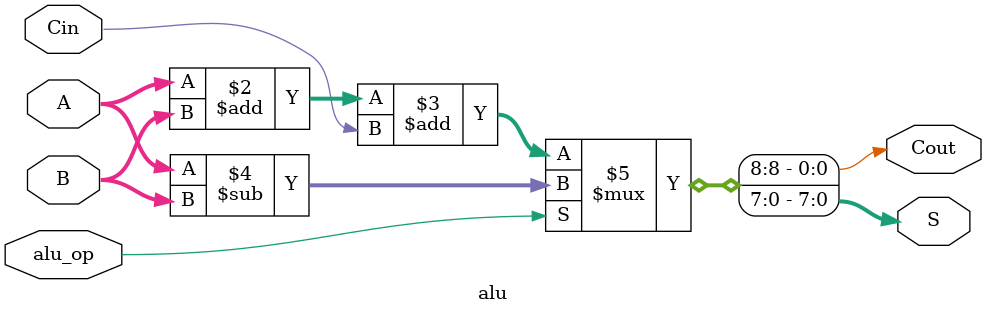
<source format=v>
`timescale 1ns/1ps

module alu(
    output wire [7:0] S,
    output wire Cout,
    input wire [7:0] A,
    input wire [7:0] B,
    input wire Cin,
    input wire alu_op         // 0 - Add, 1 - Sub
    );

    assign {Cout,S} = (alu_op == 0) ? A + B + Cin : A - B;

endmodule
</source>
